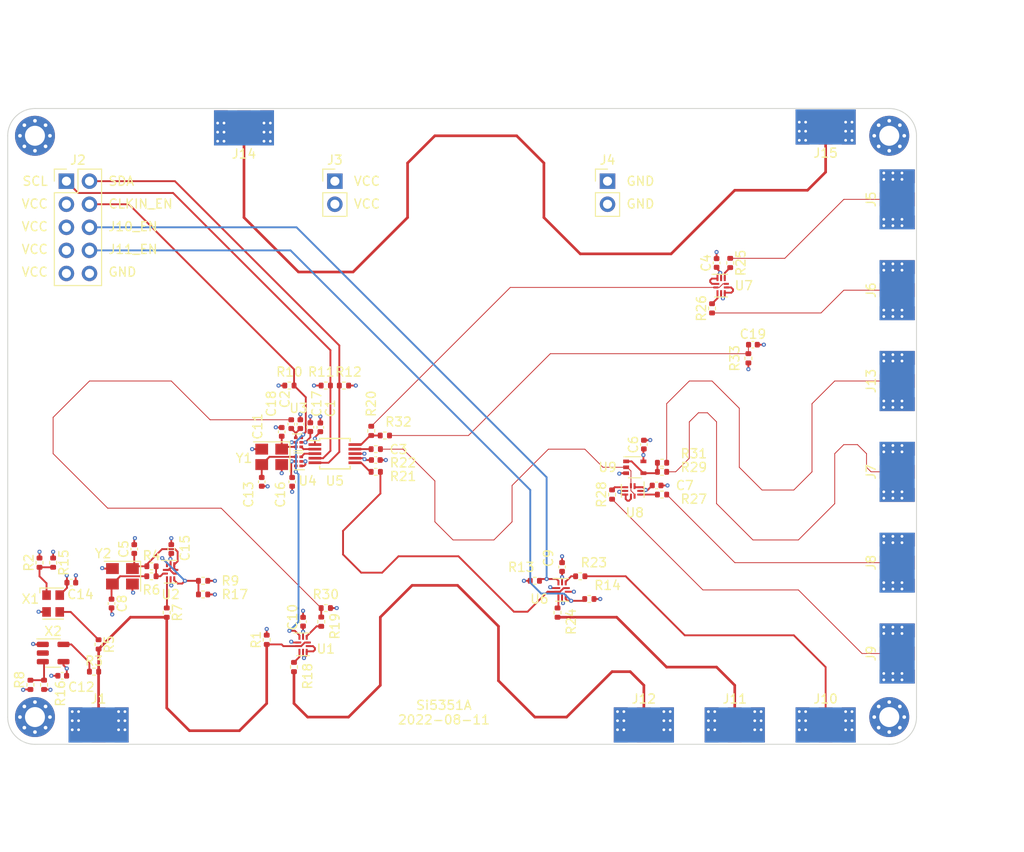
<source format=kicad_pcb>
(kicad_pcb (version 20221018) (generator pcbnew)
  (layers (0 "F.Cu" signal) (1 "In1.Cu" signal) (2 "In2.Cu" signal) (31 "B.Cu" signal) (34 "B.Paste" user) (35 "F.Paste" user) (36 "B.SilkS" user "B.Silkscreen") (37 "F.SilkS" user "F.Silkscreen") (38 "B.Mask" user) (39 "F.Mask" user) (44 "Edge.Cuts" user))
  (net 0 "")
  (net 1 "VCC")
  (net 2 "GND")
  (net 3 "Net-(C5-Pad1)")
  (net 4 "Net-(C8-Pad1)")
  (net 5 "Net-(C11-Pad1)")
  (net 6 "Net-(C13-Pad1)")
  (net 7 "Net-(C17-Pad1)")
  (net 8 "Net-(C17-Pad2)")
  (net 9 "Net-(J1-Pad1)")
  (net 10 "Net-(J5-Pad1)")
  (net 11 "Net-(J6-Pad1)")
  (net 12 "Net-(J7-Pad1)")
  (net 13 "Net-(J8-Pad1)")
  (net 14 "Net-(J9-Pad1)")
  (net 15 "Net-(J10-Pad1)")
  (net 16 "Net-(J11-Pad1)")
  (net 17 "Net-(J12-Pad1)")
  (net 18 "Net-(J13-Pad1)")
  (net 19 "Net-(R15-Pad2)")
  (net 20 "Net-(R3-Pad1)")
  (net 21 "Net-(R4-Pad2)")
  (net 22 "Net-(R5-Pad1)")
  (net 23 "Net-(R7-Pad1)")
  (net 24 "Net-(R16-Pad2)")
  (net 25 "Net-(R17-Pad2)")
  (net 26 "Net-(J2-Pad6)")
  (net 27 "Net-(J2-Pad8)")
  (net 28 "Net-(R18-Pad1)")
  (net 29 "Net-(R19-Pad2)")
  (net 30 "Net-(R23-Pad2)")
  (net 31 "Net-(R24-Pad2)")
  (net 32 "Net-(R25-Pad2)")
  (net 33 "Net-(R26-Pad2)")
  (net 34 "Net-(R27-Pad2)")
  (net 35 "Net-(R28-Pad2)")
  (net 36 "Net-(R29-Pad2)")
  (net 38 "/SCL")
  (net 39 "/SDA")
  (net 40 "/CLK0")
  (net 41 "/CLK2")
  (net 42 "/CLK1")
  (net 43 "/XA")
  (net 44 "/XB")
  (net 45 "Net-(C19-Pad1)")
  (net 46 "Net-(R20-Pad1)")
  (net 47 "Net-(R21-Pad2)")
  (net 48 "Net-(R22-Pad1)")
  (net 49 "/CLKIN_EN")
  (net 50 "Net-(J14-Pad1)")
  (footprint "Resistor_SMD:R_0402_1005Metric" (layer "F.Cu") (at 116.5 125.45 90)
    (fp_text reference "R8")
    (fp_text value "10k")
  )
  (footprint "Capacitor_SMD:C_0402_1005Metric" (layer "F.Cu") (at 154.5 100.7)
    (fp_text reference "C3")
    (fp_text value "100nF")
  )
  (footprint "Resistor_SMD:R_0402_1005Metric" (layer "F.Cu") (at 174.5 117.5 90)
    (fp_text reference "R24")
    (fp_text value "0")
  )
  (footprint "Resistor_SMD:R_0402_1005Metric" (layer "F.Cu") (at 186 101 180)
    (fp_text reference "R31")
    (fp_text value "0")
  )
  (footprint "MountingHole:MountingHole_2.2mm_M2_Pad_Via" (layer "F.Cu") (at 211 65)
    (fp_text reference "H2" hide)
    (fp_text value "hole")
  )
  (footprint "Si5351A:SMA-EDGE" (layer "F.Cu") (at 214 72 180)
    (fp_text reference "J5")
    (fp_text value "Conn_Coaxial")
  )
  (footprint "Resistor_SMD:R_0402_1005Metric" (layer "F.Cu") (at 123.5 124)
    (fp_text reference "R3")
    (fp_text value "0")
  )
  (footprint "Resistor_SMD:R_0402_1005Metric" (layer "F.Cu") (at 151 92.5 180)
    (fp_text reference "R12")
    (fp_text value "2k")
  )
  (footprint "Capacitor_SMD:C_0402_1005Metric" (layer "F.Cu") (at 127.925 110.5 90)
    (fp_text reference "C5")
    (fp_text value "C")
  )
  (footprint "Connector_PinHeader_2.54mm:PinHeader_1x02_P2.54mm_Vertical" (layer "F.Cu") (at 150 70)
    (fp_text reference "J3")
    (fp_text value "Conn_01x02_Male")
  )
  (footprint "Si5351A:SMA-EDGE" (layer "F.Cu") (at 184 132 90)
    (fp_text reference "J12")
    (fp_text value "Conn_Coaxial")
  )
  (footprint "Si5351A:XQFN10" (layer "F.Cu") (at 146.5 120.99)
    (fp_text reference "U1")
    (fp_text value "74AUP2G58GU")
  )
  (footprint "Resistor_SMD:R_0402_1005Metric" (layer "F.Cu") (at 124 121 -90)
    (fp_text reference "R5")
    (fp_text value "0")
  )
  (footprint "Resistor_SMD:R_0402_1005Metric" (layer "F.Cu") (at 178 116 180)
    (fp_text reference "R14")
    (fp_text value "10k")
  )
  (footprint "Capacitor_SMD:C_0402_1005Metric" (layer "F.Cu") (at 120 124.45 180)
    (fp_text reference "C12")
    (fp_text value "100nF")
  )
  (footprint "Resistor_SMD:R_0402_1005Metric" (layer "F.Cu") (at 135.5 114 180)
    (fp_text reference "R9")
    (fp_text value "10k")
  )
  (footprint "Resistor_SMD:R_0402_1005Metric" (layer "F.Cu") (at 135.5 115.5 180)
    (fp_text reference "R17")
    (fp_text value "10k")
  )
  (footprint "Resistor_SMD:R_0402_1005Metric" (layer "F.Cu") (at 117.5 112 90)
    (fp_text reference "R2")
    (fp_text value "10k")
  )
  (footprint "Si5351A:XSON6" (layer "F.Cu") (at 146 100.85 180)
    (fp_text reference "U4")
    (fp_text value "74LVC1G3157")
  )
  (footprint "Resistor_SMD:R_0402_1005Metric" (layer "F.Cu") (at 195.5 89.5 -90)
    (fp_text reference "R33")
    (fp_text value "R")
  )
  (footprint "Resistor_SMD:R_0402_1005Metric" (layer "F.Cu") (at 149 117 180)
    (fp_text reference "R30")
    (fp_text value "R")
  )
  (footprint "Connector_PinHeader_2.54mm:PinHeader_1x02_P2.54mm_Vertical" (layer "F.Cu") (at 180 70)
    (fp_text reference "J4")
    (fp_text value "Conn_01x02_Male")
  )
  (footprint "Resistor_SMD:R_0402_1005Metric" (layer "F.Cu") (at 148.5 118.5 -90)
    (fp_text reference "R19")
    (fp_text value "0")
  )
  (footprint "Si5351A:XQFN10" (layer "F.Cu") (at 131.925 113)
    (fp_text reference "U2")
    (fp_text value "74AUP2G58GU")
  )
  (footprint "MountingHole:MountingHole_2.2mm_M2_Pad_Via" (layer "F.Cu") (at 117 129)
    (fp_text reference "H4" hide)
    (fp_text value "hole")
  )
  (footprint "Resistor_SMD:R_0402_1005Metric" (layer "F.Cu") (at 129.825 112.4)
    (fp_text reference "R4")
    (fp_text value "R")
  )
  (footprint "Resistor_SMD:R_0402_1005Metric" (layer "F.Cu") (at 149 92.5)
    (fp_text reference "R11")
    (fp_text value "2k")
  )
  (footprint "Package_TO_SOT_SMD:SOT-23-5" (layer "F.Cu") (at 119 121.95)
    (fp_text reference "X2")
    (fp_text value "SiT2018B")
  )
  (footprint "Si5351A:XQFN10" (layer "F.Cu") (at 192.5 81.5)
    (fp_text reference "U7")
    (fp_text value "74AUP2G58GU")
  )
  (footprint "MountingHole:MountingHole_2.2mm_M2_Pad_Via" (layer "F.Cu") (at 117 65)
    (fp_text reference "H1" hide)
    (fp_text value "hole")
  )
  (footprint "Resistor_SMD:R_0402_1005Metric" (layer "F.Cu") (at 142.5 120.49 90)
    (fp_text reference "R1")
    (fp_text value "10k")
  )
  (footprint "Capacitor_SMD:C_0402_1005Metric" (layer "F.Cu") (at 185.4 103.5)
    (fp_text reference "C7")
    (fp_text value "100nF")
  )
  (footprint "Resistor_SMD:R_0402_1005Metric" (layer "F.Cu") (at 180.5 104.5 90)
    (fp_text reference "R28")
    (fp_text value "0")
  )
  (footprint "Resistor_SMD:R_0402_1005Metric" (layer "F.Cu") (at 131.5 117.5 -90)
    (fp_text reference "R7")
    (fp_text value "0")
  )
  (footprint "Capacitor_SMD:C_0402_1005Metric" (layer "F.Cu") (at 192 79 90)
    (fp_text reference "C4")
    (fp_text value "100nF")
  )
  (footprint "Si5351A:SMA-EDGE" (layer "F.Cu") (at 194 132 90)
    (fp_text reference "J11")
    (fp_text value "Conn_Coaxial")
  )
  (footprint "Resistor_SMD:R_0402_1005Metric" (layer "F.Cu") (at 118 125.45 90)
    (fp_text reference "R16")
    (fp_text value "10k")
  )
  (footprint "Resistor_SMD:R_0402_1005Metric" (layer "F.Cu") (at 177 113.5 180)
    (fp_text reference "R23")
    (fp_text value "0")
  )
  (footprint "Capacitor_SMD:C_0402_1005Metric" (layer "F.Cu") (at 147.3 97.08 90)
    (fp_text reference "C2")
    (fp_text value "100nF")
  )
  (footprint "Oscillator:Oscillator_SMD_Kyocera_KC2520Z-4Pin_2.5x2.0mm" (layer "F.Cu") (at 119 116.5)
    (fp_text reference "X1")
    (fp_text value "KC2520Z")
  )
  (footprint "Capacitor_SMD:C_0402_1005Metric" (layer "F.Cu") (at 175 112.48 90)
    (fp_text reference "C9")
    (fp_text value "100nF")
  )
  (footprint "Resistor_SMD:R_0402_1005Metric" (layer "F.Cu") (at 154.5 99.5 180)
    (fp_text reference "R22")
    (fp_text value "0")
  )
  (footprint "Si5351A:SMA-EDGE" (layer "F.Cu") (at 214 112 180)
    (fp_text reference "J8")
    (fp_text value "Conn_Coaxial")
  )
  (footprint "Crystal:Crystal_SMD_3225-4Pin_3.2x2.5mm" (layer "F.Cu") (at 126.625 113.5 180)
    (fp_text reference "Y2")
    (fp_text value "Crystal_GND24_Small")
  )
  (footprint "Capacitor_SMD:C_0402_1005Metric" (layer "F.Cu") (at 144.15 97.6 90)
    (fp_text reference "C11")
    (fp_text value "C")
  )
  (footprint "Package_TO_SOT_SMD:SOT-353_SC-70-5" (layer "F.Cu") (at 183 101.5)
    (fp_text reference "U9")
    (fp_text value "74LVC1G80")
  )
  (footprint "Resistor_SMD:R_0402_1005Metric" (layer "F.Cu") (at 193.5 79 -90)
    (fp_text reference "R25")
    (fp_text value "0")
  )
  (footprint "Capacitor_SMD:C_0402_1005Metric" (layer "F.Cu") (at 145.2 96.75 -90)
    (fp_text reference "C17")
    (fp_text value "33pF")
  )
  (footprint "Resistor_SMD:R_0402_1005Metric" (layer "F.Cu") (at 129.815 113.5)
    (fp_text reference "R6")
    (fp_text value "R")
  )
  (footprint "Resistor_SMD:R_0402_1005Metric" (layer "F.Cu") (at 154 97.49 -90)
    (fp_text reference "R20")
    (fp_text value "0")
  )
  (footprint "Resistor_SMD:R_0402_1005Metric" (layer "F.Cu") (at 119 112 -90)
    (fp_text reference "R15")
    (fp_text value "10k")
  )
  (footprint "Si5351A:XSON6" (layer "F.Cu") (at 146 98.75)
    (fp_text reference "U3")
    (fp_text value "74LVC1G3157")
  )
  (footprint "Capacitor_SMD:C_0402_1005Metric" (layer "F.Cu") (at 141.95 103.1 -90)
    (fp_text reference "C13")
    (fp_text value "C")
  )
  (footprint "Resistor_SMD:R_0402_1005Metric" (layer "F.Cu") (at 172 114)
    (fp_text reference "R13")
    (fp_text value "10k")
  )
  (footprint "MountingHole:MountingHole_2.2mm_M2_Pad_Via" (layer "F.Cu") (at 211 129)
    (fp_text reference "H3" hide)
    (fp_text value "hole")
  )
  (footprint "Capacitor_SMD:C_0402_1005Metric" (layer "F.Cu") (at 184 99 90)
    (fp_text reference "C6")
    (fp_text value "100nF")
  )
  (footprint "Capacitor_SMD:C_0402_1005Metric" (layer "F.Cu") (at 146.5 118.5 90)
    (fp_text reference "C10")
    (fp_text value "100nF")
  )
  (footprint "Capacitor_SMD:C_0402_1005Metric" (layer "F.Cu") (at 196 88)
    (fp_text reference "C19")
    (fp_text value "C")
  )
  (footprint "Si5351A:SMA-EDGE" (layer "F.Cu") (at 204 61.9 -90)
    (fp_text reference "J15")
    (fp_text value "Conn_Coaxial")
  )
  (footprint "Si5351A:SMA-EDGE" (layer "F.Cu") (at 214 92 180)
    (fp_text reference "J13")
    (fp_text value "Conn_Coaxial")
  )
  (footprint "Resistor_SMD:R_0402_1005Metric" (layer "F.Cu") (at 154.5 102)
    (fp_text reference "R21")
    (fp_text value "0")
  )
  (footprint "Capacitor_SMD:C_0402_1005Metric" (layer "F.Cu") (at 146.2 96.75 90)
    (fp_text reference "C18")
    (fp_text value "100pF")
  )
  (footprint "Connector_PinHeader_2.54mm:PinHeader_2x05_P2.54mm_Vertical" (layer "F.Cu") (at 120.46 70)
    (fp_text reference "J2")
    (fp_text value "Conn_02x05_Odd_Even")
  )
  (footprint "Package_SO:MSOP-10_3x3mm_P0.5mm" (layer "F.Cu") (at 150 100)
    (fp_text reference "U5")
    (fp_text value "Si5351A-B-GT")
  )
  (footprint "Resistor_SMD:R_0402_1005Metric" (layer "F.Cu") (at 191.5 84 90)
    (fp_text reference "R26")
    (fp_text value "0")
  )
  (footprint "Capacitor_SMD:C_0402_1005Metric" (layer "F.Cu") (at 148.4 97.1 90)
    (fp_text reference "C1")
    (fp_text value "100nF")
  )
  (footprint "Si5351A:SMA-EDGE" (layer "F.Cu") (at 140 62 -90)
    (fp_text reference "J14")
    (fp_text value "Conn_Coaxial")
  )
  (footprint "Resistor_SMD:R_0402_1005Metric" (layer "F.Cu") (at 145 92.5 180)
    (fp_text reference "R10")
    (fp_text value "10k")
  )
  (footprint "Resistor_SMD:R_0402_1005Metric" (layer "F.Cu") (at 145.5 123.49 -90)
    (fp_text reference "R18")
    (fp_text value "0")
  )
  (footprint "Crystal:Crystal_SMD_3225-4Pin_3.2x2.5mm" (layer "F.Cu") (at 143.05 100.35 180)
    (fp_text reference "Y1")
    (fp_text value "Crystal_GND24_Small")
  )
  (footprint "Resistor_SMD:R_0402_1005Metric" (layer "F.Cu") (at 186 104.5 180)
    (fp_text reference "R27")
    (fp_text value "0")
  )
  (footprint "Capacitor_SMD:C_0402_1005Metric" (layer "F.Cu") (at 121 114.2)
    (fp_text reference "C14")
    (fp_text value "100nF")
  )
  (footprint "Si5351A:SMA-EDGE" (layer "F.Cu") (at 204 132 90)
    (fp_text reference "J10")
    (fp_text value "Conn_Coaxial")
  )
  (footprint "Si5351A:XQFN10" (layer "F.Cu") (at 182.775 104.1 -90)
    (fp_text reference "U8")
    (fp_text value "74AUP2G58GU")
  )
  (footprint "Capacitor_SMD:C_0402_1005Metric" (layer "F.Cu") (at 145.3 103.1 -90)
    (fp_text reference "C16")
    (fp_text value "100nF")
  )
  (footprint "Resistor_SMD:R_0402_1005Metric" (layer "F.Cu") (at 186 102 180)
    (fp_text reference "R29")
    (fp_text value "0")
  )
  (footprint "Resistor_SMD:R_0402_1005Metric" (layer "F.Cu") (at 155.5 98)
    (fp_text reference "R32")
    (fp_text value "0")
  )
  (footprint "Si5351A:SMA-EDGE" (layer "F.Cu") (at 214 102 180)
    (fp_text reference "J7")
    (fp_text value "Conn_Coaxial")
  )
  (footprint "Si5351A:XQFN10" (layer "F.Cu") (at 175 115)
    (fp_text reference "U6")
    (fp_text value "74AUP2G58GU")
  )
  (footprint "Capacitor_SMD:C_0402_1005Metric" (layer "F.Cu") (at 125.425 116.5 -90)
    (fp_text reference "C8")
    (fp_text value "C")
  )
  (footprint "Capacitor_SMD:C_0402_1005Metric" (layer "F.Cu") (at 132 110.5 90)
    (fp_text reference "C15")
    (fp_text value "100nF")
  )
  (footprint "Si5351A:SMA-EDGE" (layer "F.Cu") (at 214 82 180)
    (fp_text reference "J6")
    (fp_text value "Conn_Coaxial")
  )
  (footprint "Si5351A:SMA-EDGE" (layer "F.Cu") (at 214 122 180)
    (fp_text reference "J9")
    (fp_text value "Conn_Coaxial")
  )
  (footprint "Si5351A:SMA-EDGE" (layer "F.Cu") (at 124 132 90)
    (fp_text reference "J1")
    (fp_text value "Conn_Coaxial")
  )
  (gr_line (start 117 62) (end 211 62) (stroke (width 0.1)) (layer "Edge.Cuts"))
  (gr_arc (start 211 62) (mid 213.12132 62.87868) (end 214 65) (stroke (width 0.1)) (layer "Edge.Cuts"))
  (gr_arc (start 117 132) (mid 114.87868 131.12132) (end 114 129) (stroke (width 0.1)) (layer "Edge.Cuts"))
  (gr_line (start 214 129) (end 214 65) (stroke (width 0.1)) (layer "Edge.Cuts"))
  (gr_arc (start 214 129) (mid 213.12132 131.12132) (end 211 132) (stroke (width 0.1)) (layer "Edge.Cuts"))
  (gr_line (start 211 132) (end 117 132) (stroke (width 0.1)) (layer "Edge.Cuts"))
  (gr_line (start 114 65) (end 114 129) (stroke (width 0.1)) (layer "Edge.Cuts"))
  (gr_arc (start 114 65) (mid 114.87868 62.87868) (end 117 62) (stroke (width 0.1)) (layer "Edge.Cuts"))
  (gr_text "J10_EN" (at 125 75) (layer "F.SilkS") (effects (font (size 1 1)) (justify left)))
  (gr_text "GND" (at 182 72.5) (layer "F.SilkS") (effects (font (size 1 1)) (justify left)))
  (gr_text "GND" (at 125 80) (layer "F.SilkS") (effects (font (size 1 1)) (justify left)))
  (gr_text "VCC" (at 118.5 72.5) (layer "F.SilkS") (effects (font (size 1 1)) (justify right)))
  (gr_text "VCC" (at 118.5 80) (layer "F.SilkS") (effects (font (size 1 1)) (justify right)))
  (gr_text "J11_EN" (at 125 77.5) (layer "F.SilkS") (effects (font (size 1 1)) (justify left)))
  (gr_text "VCC" (at 152 70) (layer "F.SilkS") (effects (font (size 1 1)) (justify left)))
  (gr_text "SDA" (at 125 70) (layer "F.SilkS") (effects (font (size 1 1)) (justify left)))
  (gr_text "CLKIN_EN" (at 125 72.5) (layer "F.SilkS") (effects (font (size 1 1)) (justify left)))
  (gr_text "VCC" (at 118.5 75) (layer "F.SilkS") (effects (font (size 1 1)) (justify right)))
  (gr_text "Si5351A\n2022-08-11" (at 162 128.5) (layer "F.SilkS") (effects (font (size 1 1))))
  (gr_text "VCC" (at 118.5 77.5) (layer "F.SilkS") (effects (font (size 1 1)) (justify right)))
  (gr_text "SCL" (at 118.5 70) (layer "F.SilkS") (effects (font (size 1 1)) (justify right)))
  (gr_text "VCC" (at 152 72.5) (layer "F.SilkS") (effects (font (size 1 1)) (justify left)))
  (gr_text "GND" (at 182 70) (layer "F.SilkS") (effects (font (size 1 1)) (justify left)))
  (segment (start 192.4 80) (end 192 79.6) (width 0.2032) (layer "F.Cu") (net 1))
  (segment (start 183.55 103.7) (end 183.9 103.7) (width 0.2032) (layer "F.Cu") (net 1))
  (segment (start 120.1375 123.2875) (end 120.5 123.65) (width 0.2032) (layer "F.Cu") (net 1))
  (segment (start 184.1 104.1) (end 184.2 104) (width 0.2032) (layer "F.Cu") (net 1))
  (segment (start 151.51 92.5) (end 152.3 92.5) (width 0.2032) (layer "F.Cu") (net 1))
  (segment (start 184.2 104) (end 184.42 104) (width 0.2032) (layer "F.Cu") (net 1))
  (segment (start 192.1 80.3) (end 192.3 80.1) (width 0.2032) (layer "F.Cu") (net 1))
  (segment (start 146.3 98.75) (end 146.75 98.75) (width 0.2032) (layer "F.Cu") (net 1))
  (segment (start 117.5 111.49) (end 117.5 110.8) (width 0.2032) (layer "F.Cu") (net 1))
  (segment (start 145.29 120.79) (end 145.2 120.7) (width 0.2032) (layer "F.Cu") (net 1))
  (segment (start 147.8 99) (end 147.8 98.35) (width 0.2032) (layer "F.Cu") (net 1))
  (segment (start 132.252036 113.2) (end 131.8 112.747964) (width 0.2032) (layer "F.Cu") (net 1))
  (segment (start 120.52 113.42) (end 120.5 113.4) (width 0.2032) (layer "F.Cu") (net 1))
  (segment (start 131.7 112.8) (end 131.8 112.7) (width 0.2032) (layer "F.Cu") (net 1))
  (segment (start 174.475 114.8) (end 173.8 114.8) (width 0.2032) (layer "F.Cu") (net 1))
  (segment (start 192.1 80.725) (end 192.1 80.3) (width 0.2032) (layer "F.Cu") (net 1))
  (segment (start 136.01 114) (end 136.8 114) (width 0.2032) (layer "F.Cu") (net 1))
  (segment (start 120.52 114.78) (end 120.52 114.2) (width 0.2032) (layer "F.Cu") (net 1))
  (segment (start 147.8 98.35) (end 147.8 98.2) (width 0.2032) (layer "F.Cu") (net 1))
  (segment (start 183.95 99.53) (end 184 99.48) (width 0.2032) (layer "F.Cu") (net 1))
  (segment (start 147.8 98.2) (end 148.4 97.6) (width 0.2032) (layer "F.Cu") (net 1))
  (segment (start 183.55 103.7) (end 183.1 103.7) (width 0.2032) (layer "F.Cu") (net 1))
  (segment (start 131.925 112.225) (end 131.925 111.625) (width 0.2032) (layer "F.Cu") (net 1))
  (segment (start 132.5 113.2) (end 132.252036 113.2) (width 0.2032) (layer "F.Cu") (net 1))
  (segment (start 131.8 112.7) (end 131.925 112.575) (width 0.2032) (layer "F.Cu") (net 1))
  (segment (start 146.5 119.6) (end 146.5 118.98) (width 0.2032) (layer "F.Cu") (net 1))
  (segment (start 148.49 92.5) (end 147.7 92.5) (width 0.2032) (layer "F.Cu") (net 1))
  (segment (start 131.9 111.08) (end 132 110.98) (width 0.2032) (layer "F.Cu") (net 1))
  (segment (start 119.725 115.575) (end 120.52 114.78) (width 0.2032) (layer "F.Cu") (net 1))
  (segment (start 192.4 80.1) (end 192.4 80) (width 0.2032) (layer "F.Cu") (net 1))
  (segment (start 175.575 115.2) (end 176.3 115.2) (width 0.2032) (layer "F.Cu") (net 1))
  (segment (start 145.2 100.9) (end 145.2 102.52) (width 0.2032) (layer "F.Cu") (net 1))
  (segment (start 175 113.6) (end 175 112.96) (width 0.2032) (layer "F.Cu") (net 1))
  (segment (start 184.42 104) (end 184.92 103.5) (width 0.2032) (layer "F.Cu") (net 1))
  (segment (start 183.95 100.85) (end 183.95 99.53) (width 0.2032) (layer "F.Cu") (net 1))
  (segment (start 120.52 114.2) (end 120.52 113.42) (width 0.2032) (layer "F.Cu") (net 1))
  (segment (start 148.4 97.6) (end 148.4 97.58) (width 0.2032) (layer "F.Cu") (net 1))
  (segment (start 116.5 125.96) (end 115.74 125.96) (width 0.2032) (layer "F.Cu") (net 1))
  (segment (start 147.3 98.2) (end 147.3 97.56) (width 0.2032) (layer "F.Cu") (net 1))
  (segment (start 146.75 98.75) (end 147.3 98.2) (width 0.2032) (layer "F.Cu") (net 1))
  (segment (start 192.5 80.2) (end 192.4 80.1) (width 0.2032) (layer "F.Cu") (net 1))
  (segment (start 120.5 124.43) (end 120.48 124.45) (width 0.2032) (layer "F.Cu") (net 1))
  (segment (start 120.1375 122.9) (end 120.1375 123.2875) (width 0.2032) (layer "F.Cu") (net 1))
  (segment (start 145.2 102.52) (end 145.3 102.62) (width 0.2032) (layer "F.Cu") (net 1))
  (segment (start 191.5 81.3) (end 191.3 81.1) (width 0.2032) (layer "F.Cu") (net 1))
  (segment (start 173.8 114.8) (end 173.7 114.7) (width 0.2032) (layer "F.Cu") (net 1))
  (segment (start 131.925 112.575) (end 131.925 112.225) (width 0.2032) (layer "F.Cu") (net 1))
  (segment (start 120.5 123.65) (end 120.5 124.43) (width 0.2032) (layer "F.Cu") (net 1))
  (segment (start 192.3 80.1) (end 192.4 80.1) (width 0.2032) (layer "F.Cu") (net 1))
  (segment (start 192.5 80.725) (end 192.5 80.2) (width 0.2032) (layer "F.Cu") (net 1))
  (segment (start 145.25 100.85) (end 145.2 100.9) (width 0.2032) (layer "F.Cu") (net 1))
  (segment (start 115.74 125.96) (end 115.7 126) (width 0.2032) (layer "F.Cu") (net 1))
  (segment (start 183.1 103.7) (end 182.975 103.575) (width 0.2032) (layer "F.Cu") (net 1))
  (segment (start 153.350154 100.7) (end 153.261304 100.61115) (width 0.2032) (layer "F.Cu") (net 1))
  (segment (start 183.55 104.1) (end 184.1 104.1) (width 0.2032) (layer "F.Cu") (net 1))
  (segment (start 152.2 100.5) (end 153.150154 100.5) (width 0.2032) (layer "F.Cu") (net 1))
  (segment (start 131.8 112.747964) (end 131.8 112.7) (width 0.2032) (layer "F.Cu") (net 1))
  (segment (start 131.925 111.625) (end 131.9 111.6) (width 0.2032) (layer "F.Cu") (net 1))
  (segment (start 145.7 100.85) (end 145.25 100.85) (width 0.2032) (layer "F.Cu") (net 1))
  (segment (start 145.975 120.79) (end 145.29 120.79) (width 0.2032) (layer "F.Cu") (net 1))
  (segment (start 153.150154 100.5) (end 153.261304 100.61115) (width 0.2032) (layer "F.Cu") (net 1))
  (segment (start 175 114.225) (end 175 113.6) (width 0.2032) (layer "F.Cu") (net 1))
  (segment (start 192 79.6) (end 192 79.48) (width 0.2032) (layer "F.Cu") (net 1))
  (segment (start 146.5 120.215) (end 146.5 119.6) (width 0.2032) (layer "F.Cu") (net 1))
  (segment (start 131.4 112.8) (end 131.7 112.8) (width 0.2032) (layer "F.Cu") (net 1))
  (segment (start 192.1 80.725) (end 191.475 80.725) (width 0.2032) (layer "F.Cu") (net 1))
  (segment (start 191.3 81.1) (end 191.3 80.9) (width 0.2032) (layer "F.Cu") (net 1))
  (segment (start 191.475 80.725) (end 191.3 80.9) (width 0.2032) (layer "F.Cu") (net 1))
  (segment (start 183.9 103.7) (end 184.2 104) (width 0.2032) (layer "F.Cu") (net 1))
  (segment (start 131.9 111.6) (end 131.9 111.08) (width 0.2032) (layer "F.Cu") (net 1))
  (segment (start 191.975 81.3) (end 191.5 81.3) (width 0.2032) (layer "F.Cu") (net 1))
  (segment (start 154.02 100.7) (end 153.350154 100.7) (width 0.2032) (layer "F.Cu") (net 1))
  (via (at 192.4 80.1) (size 0.45) (drill 0.2) (layers "F.Cu" "B.Cu") (net 1))
  (via (at 145.25 100.85) (size 0.45) (drill 0.2) (layers "F.Cu" "B.Cu") (net 1))
  (via (at 147.7 92.5) (size 0.45) (drill 0.2) (layers "F.Cu" "B.Cu") (net 1))
  (via (at 117.5 110.8) (size 0.45) (drill 0.2) (layers "F.Cu" "B.Cu") (net 1))
  (via (at 175 113.6) (size 0.45) (drill 0.2) (layers "F.Cu" "B.Cu") (net 1))
  (via (at 146.5 119.6) (size 0.45) (drill 0.2) (layers "F.Cu" "B.Cu") (net 1))
  (via (at 152.3 92.5) (size 0.45) (drill 0.2) (layers "F.Cu" "B.Cu") (net 1))
  (via (at 131.9 111.6) (size 0.45) (drill 0.2) (layers "F.Cu" "B.Cu") (net 1))
  (via (at 115.7 126) (size 0.45) (drill 0.2) (layers "F.Cu" "B.Cu") (net 1))
  (via (at 146.75 98.75) (size 0.45) (drill 0.2) (layers "F.Cu" "B.Cu") (net 1))
  (via (at 145.2 120.7) (size 0.45) (drill 0.2) (layers "F.Cu" "B.Cu") (net 1))
  (via (at 136.8 114) (size 0.45) (drill 0.2) (layers "F.Cu" "B.Cu") (net 1))
  (via (at 120.5 123.65) (size 0.45) (drill 0.2) (layers "F.Cu" "B.Cu") (net 1))
  (via (at 183.95 100.15) (size 0.45) (drill 0.2) (layers "F.Cu" "B.Cu") (net 1))
  (via (at 153.261304 100.61115) (size 0.45) (drill 0.2) (layers "F.Cu" "B.Cu") (net 1))
  (via (at 147.8 98.35) (size 0.45) (drill 0.2) (layers "F.Cu" "B.Cu") (net 1))
  (via (at 184.2 104) (size 0.45) (drill 0.2) (layers "F.Cu" "B.Cu") (net 1))
  (via (at 120.5 113.4) (size 0.45) (drill 0.2) (layers "F.Cu" "B.Cu") (net 1))
  (via (at 173.7 114.7) (size 0.45) (drill 0.2) (layers "F.Cu" "B.Cu") (net 1))
  (via (at 176.3 115.2) (size 0.45) (drill 0.2) (layers "F.Cu" "B.Cu") (net 1))
  (segment (start 146.9 121.765) (end 146.9 122.2) (width 0.2032) (layer "F.Cu") (net 2))
  (segment (start 182.575 104.975) (end 182.37 105.18) (width 0.2032) (layer "F.Cu") (net 2))
  (segment (start 144.49 92.5) (end 143.8 92.5) (width 0.2032) (layer "F.Cu") (net 2))
  (segment (start 192.9 82.275) (end 192.9 82.7) (width 0.2032) (layer "F.Cu") (net 2))
  (segment (start 195.5 90.01) (end 195.5 90.7) (width 0.2032) (layer "F.Cu") (net 2))
  (segment (start 131.925 113.775) (end 131.925 114.425) (width 0.2032) (layer "F.Cu") (net 2))
  (segment (start 192.5 82.275) (end 192.5 82.7) (width 0.2032) (layer "F.Cu") (net 2))
  (segment (start 145.3 103.58) (end 145.3 104.2) (width 0.2032) (layer "F.Cu") (net 2))
  (segment (start 125.525 112.65) (end 124.45 112.65) (width 0.2032) (layer "F.Cu") (net 2))
  (segment (start 118.275 117.425) (end 117.425 117.425) (width 0.2032) (layer "F.Cu") (net 2))
  (segment (start 182 104.99) (end 182 104.5) (width 0.2032) (layer "F.Cu") (net 2))
  (segment (start 147.075 121.19) (end 147.59 121.19) (width 0.2032) (layer "F.Cu") (net 2))
  (segment (start 193.6 81.7) (end 193.8 81.9) (width 0.2032) (layer "F.Cu") (net 2))
  (segment (start 125.425 116.98) (end 125.425 117.625) (width 0.2032) (layer "F.Cu") (net 2))
  (segment (start 143.52 97.12) (end 143.5 97.1) (width 0.2032) (layer "F.Cu") (net 2))
  (segment (start 146.5 122.4) (end 146.6 122.5) (width 0.2032) (layer "F.Cu") (net 2))
  (segment (start 181.35 102.15) (end 181.3 102.2) (width 0.2032) (layer "F.Cu") (net 2))
  (segment (start 152.2 100) (end 153.25 100) (width 0.2032) (layer "F.Cu") (net 2))
  (segment (start 127.925 109.375) (end 128 109.3) (width 0.2032) (layer "F.Cu") (net 2))
  (segment (start 184.68 98.52) (end 184.7 98.5) (width 0.2032) (layer "F.Cu") (net 2))
  (segment (start 142.5 119.98) (end 142.5 119.3) (width 0.2032) (layer "F.Cu") (net 2))
  (segment (start 193.625 82.275) (end 192.9 82.275) (width 0.2032) (layer "F.Cu") (net 2))
  (segment (start 116.85 121) (end 116.8 120.95) (width 0.2032) (layer "F.Cu") (net 2))
  (segment (start 175 112) (end 175 111.3) (width 0.2032) (layer "F.Cu") (net 2))
  (segment (start 175 115.775) (end 175 116.342987) (width 0.2032) (layer "F.Cu") (net 2))
  (segment (start 146.61 101.35) (end 146.75 101.21) (width 0.2032) (layer "F.Cu") (net 2))
  (segment (start 124.45 112.65) (end 124.4 112.6) (width 0.2032) (layer "F.Cu") (net 2))
  (segment (start 117.8625 121) (end 116.85 121) (width 0.2032) (layer "F.Cu") (net 2))
  (segment (start 178.51 116) (end 179.2 116) (width 0.2032) (layer "F.Cu") (net 2))
  (segment (start 192.9 82.7) (end 192.7 82.9) (width 0.2032) (layer "F.Cu") (net 2))
  (segment (start 196.48 88) (end 197.2 88) (width 0.2032) (layer "F.Cu") (net 2))
  (segment (start 182.37 105.18) (end 182.19 105.18) (width 0.2032) (layer "F.Cu") (net 2))
  (segment (start 142.58 103.58) (end 142.6 103.6) (width 0.2032) (layer "F.Cu") (net 2))
  (segment (start 154.98 100.7) (end 155.6 100.7) (width 0.2032) (layer "F.Cu") (net 2))
  (segment (start 185.88 103.5) (end 186.6 103.5) (width 0.2032) (layer "F.Cu") (net 2))
  (segment (start 182.19 105.18) (end 182 104.99) (width 0.2032) (layer "F.Cu") (net 2))
  (segment (start 182 104.1) (end 181.4 104.1) (width 0.2032) (layer "F.Cu") (net 2))
  (segment (start 118.66 125.96) (end 118.7 126) (width 0.2032) (layer "F.Cu") (net 2))
  (segment (start 146.5 121.765) (end 146.5 122.4) (width 0.2032) (layer "F.Cu") (net 2))
  (segment (start 119.52 124.45) (end 118.8 124.45) (width 0.2032) (layer "F.Cu") (net 2))
  (segment (start 146.75 101.21) (end 146.75 100.85) (width 0.2032) (layer "F.Cu") (net 2))
  (segment (start 127.725 114.35) (end 127.725 115.225) (width 0.2032) (layer "F.Cu") (net 2))
  (segment (start 144.15 97.12) (end 143.52 97.12) (width 0.2032) (layer "F.Cu") (net 2))
  (segment (start 136.01 115.5) (end 136.8 115.5) (width 0.2032) (layer "F.Cu") (net 2))
  (segment (start 127.925 110.02) (end 127.925 109.375) (width 0.2032) (layer "F.Cu") (net 2))
  (segment (start 145.7 98.75) (end 145.25 98.75) (width 0.2032) (layer "F.Cu") (net 2))
  (segment (start 181.4 104.1) (end 181.3 104.2) (width 0.2032) (layer "F.Cu") (net 2))
  (segment (start 144.15 101.2) (end 144.15 102.15) (width 0.2032) (layer "F.Cu") (net 2))
  (segment (start 192.5 82.7) (end 192.7 82.9) (width 0.2032) (layer "F.Cu") (net 2))
  (segment (start 141.95 99.5) (end 140.9 99.5) (width 0.2032) (layer "F.Cu") (net 2))
  (segment (start 141.95 103.58) (end 142.58 103.58) (width 0.2032) (layer "F.Cu") (net 2))
  (segment (start 117.425 117.425) (end 117.4 117.4) (width 0.2032) (layer "F.Cu") (net 2))
  (segment (start 184 98.52) (end 184.68 98.52) (width 0.2032) (layer "F.Cu") (net 2))
  (segment (start 118 125.96) (end 118.66 125.96) (width 0.2032) (layer "F.Cu") (net 2))
  (segment (start 148.4 96.62) (end 148.4 95.9) (width 0.2032) (layer "F.Cu") (net 2))
  (segment (start 193.8 82.1) (end 193.625 82.275) (width 0.2032) (layer "F.Cu") (net 2))
  (segment (start 147.3 96.6) (end 147.3 95.9) (width 0.2032) (layer "F.Cu") (net 2))
  (segment (start 146.3 101.35) (end 146.61 101.35) (width 0.2032) (layer "F.Cu") (net 2))
  (segment (start 175 116.342987) (end 175.106233 116.44922) (width 0.2032) (layer "F.Cu") (net 2))
  (segment (start 171.49 114) (end 170.8 114) (width 0.2032) (layer "F.Cu") (net 2))
  (segment (start 146.5 118.02) (end 146.5 117.3) (width 0.2032) (layer "F.Cu") (net 2))
  (segment (start 147.59 121.19) (end 147.8 121.4) (width 0.2032) (layer "F.Cu") (net 2))
  (segment (start 182.575 104.675) (end 182.575 104.975) (width 0.2032) (layer "F.Cu") (net 2))
  (segment (start 147.635 121.765) (end 146.9 121.765) (width 0.2032) (layer "F.Cu") (net 2))
  (segment (start 146.3 100.85) (end 146.75 100.85) (width 0.2032) (layer "F.Cu") (net 2))
  (segment (start 193.8 81.9) (end 193.8 82.1) (width 0.2032) (layer "F.Cu") (net 2))
  (segment (start 181.6 104.5) (end 181.3 104.2) (width 0.2032) (layer "F.Cu") (net 2))
  (segment (start 121.48 113.42) (end 121.5 113.4) (width 0.2032) (layer "F.Cu") (net 2))
  (segment (start 119 111.49) (end 119 110.8) (width 0.2032) (layer "F.Cu") (net 2))
  (segment (start 147.8 121.4) (end 147.8 121.6) (width 0.2032) (layer "F.Cu") (net 2))
  (segment (start 146.2 96.27) (end 146.2 95.65) (width 0.2032) (layer "F.Cu") (net 2))
  (segment (start 193.075 81.7) (end 193.6 81.7) (width 0.2032) (layer "F.Cu") (net 2))
  (segment (start 121.48 114.2) (end 121.48 113.42) (width 0.2032) (layer "F.Cu") (net 2))
  (segment (start 127.725 115.225) (end 127.8 115.3) (width 0.2032) (layer "F.Cu") (net 2))
  (segment (start 125.425 117.625) (end 125.5 117.7) (width 0.2032) (layer "F.Cu") (net 2))
  (segment (start 132 110.02) (end 132 109.3) (width 0.2032) (layer "F.Cu") (net 2))
  (segment (start 131.925 114.425) (end 132 114.5) (width 0.2032) (layer "F.Cu") (net 2))
  (segment (start 182.05 102.15) (end 181.35 102.15) (width 0.2032) (layer "F.Cu") (net 2))
  (segment (start 182 104.5) (end 181.6 104.5) (width 0.2032) (layer "F.Cu") (net 2))
  (segment (start 146.9 122.2) (end 146.6 122.5) (width 0.2032) (layer "F.Cu") (net 2))
  (segment (start 147.8 121.6) (end 147.635 121.765) (width 0.2032) (layer "F.Cu") (net 2))
  (segment (start 192 78.52) (end 192 77.8) (width 0.2032) (layer "F.Cu") (net 2))
  (segment (start 149.51 117) (end 150.2 117) (width 0.2032) (layer "F.Cu") (net 2))
  (via (at 128 109.3) (size 0.45) (drill 0.2) (layers "F.Cu" "B.Cu") (net 2))
  (via (at 119 110.8) (size 0.45) (drill 0.2) (layers "F.Cu" "B.Cu") (net 2))
  (via (at 186.6 103.5) (size 0.45) (drill 0.2) (layers "F.Cu" "B.Cu") (net 2))
  (via (at 147.3 95.9) (size 0.45) (drill 0.2) (layers "F.Cu" "B.Cu") (net 2))
  (via (at 195.5 90.7) (size 0.45) (drill 0.2) (layers "F.Cu" "B.Cu") (net 2))
  (via (at 143.8 92.5) (size 0.45) (drill 0.2) (layers "F.Cu" "B.Cu") (net 2))
  (via (at 155.6 100.7) (size 0.45) (drill 0.2) (layers "F.Cu" "B.Cu") (net 2))
  (via (at 118.7 126) (size 0.45) (drill 0.2) (layers "F.Cu" "B.Cu") (net 2))
  (via (at 145.3 104.2) (size 0.45) (drill 0.2) (layers "F.Cu" "B.Cu") (net 2))
  (via (at 136.8 115.5) (size 0.45) (drill 0.2) (layers "F.Cu" "B.Cu") (net 2))
  (via (at 192 77.8) (size 0.45) (drill 0.2) (layers "F.Cu" "B.Cu") (net 2))
  (via (at 142.5 119.3) (size 0.45) (drill 0.2) (layers "F.Cu" "B.Cu") (net 2))
  (via (at 146.5 117.3) (size 0.45) (drill 0.2) (layers "F.Cu" "B.Cu") (net 2))
  (via (at 132 114.5) (size 0.45) (drill 0.2) (layers "F.Cu" "B.Cu") (net 2))
  (via (at 145.25 98.75) (size 0.45) (drill 0.2) (layers "F.Cu" "B.Cu") (net 2))
  (via (at 118.8 124.45) (size 0.45) (drill 0.2) (layers "F.Cu" "B.Cu") (net 2))
  (via (at 197.2 88) (size 0.45) (drill 0.2) (layers "F.Cu" "B.Cu") (net 2))
  (via (at 181.3 104.2) (size 0.45) (drill 0.2) (layers "F.Cu" "B.Cu") (net 2))
  (via (at 181.3 102.2) (size 0.45) (drill 0.2) (layers "F.Cu" "B.Cu") (net 2))
  (via (at 124.4 112.6) (size 0.45) (drill 0.2) (layers "F.Cu" "B.Cu") (net 2))
  (via (at 146.2 95.65) (size 0.45) (drill 0.2) (layers "F.Cu" "B.Cu") (net 2))
  (via (at 132 109.3) (size 0.45) (drill 0.2) (layers "F.Cu" "B.Cu") (net 2))
  (via (at 150.2 117) (size 0.45) (drill 0.2) (layers "F.Cu" "B.Cu") (net 2))
  (via (at 125.5 117.7) (size 0.45) (drill 0.2) (layers "F.Cu" "B.Cu") (net 2))
  (via (at 175 111.3) (size 0.45) (drill 0.2) (layers "F.Cu" "B.Cu") (net 2))
  (via (at 179.2 116) (size 0.45) (drill 0.2) (layers "F.Cu" "B.Cu") (net 2))
  (via (at 192.7 82.9) (size 0.45) (drill 0.2) (layers "F.Cu" "B.Cu") (net 2))
  (via (at 116.8 120.95) (size 0.45) (drill 0.2) (layers "F.Cu" "B.Cu") (net 2))
  (via (at 144.15 102.15) (size 0.45) (drill 0.2) (layers "F.Cu" "B.Cu") (net 2))
  (via (at 153.25 100) (size 0.45) (drill 0.2) (layers "F.Cu" "B.Cu") (net 2))
  (via (at 127.8 115.3) (size 0.45) (drill 0.2) (layers "F.Cu" "B.Cu") (net 2))
  (via (at 140.9 99.5) (size 0.45) (drill 0.2) (layers "F.Cu" "B.Cu") (net 2))
  (via (at 170.8 114) (size 0.45) (drill 0.2) (layers "F.Cu" "B.Cu") (net 2))
  (via (at 148.4 95.9) (size 0.45) (drill 0.2) (layers "F.Cu" "B.Cu") (net 2))
  (via (at 117.4 117.4) (size 0.45) (drill 0.2) (layers "F.Cu" "B.Cu") (net 2))
  (via (at 146.6 122.5) (size 0.45) (drill 0.2) (layers "F.Cu" "B.Cu") (net 2))
  (via (at 146.75 100.85) (size 0.45) (drill 0.2) (layers "F.Cu" "B.Cu") (net 2))
  (via (at 142.6 103.6) (size 0.45) (drill 0.2) (layers "F.Cu" "B.Cu") (net 2))
  (via (at 121.5 113.4) (size 0.45) (drill 0.2) (layers "F.Cu" "B.Cu") (net 2))
  (via (at 175.106233 116.44922) (size 0.45) (drill 0.2) (layers "F.Cu" "B.Cu") (net 2))
  (via (at 184.7 98.5) (size 0.45) (drill 0.2) (layers "F.Cu" "B.Cu") (net 2))
  (via (at 143.5 97.1) (size 0.45) (drill 0.2) (layers "F.Cu" "B.Cu") (net 2))
  (segment (start 132.325 112.225) (end 132.325 112.625) (width 0.2032) (layer "F.Cu") (net 3))
  (segment (start 132.4095 110.5095) (end 130.9905 110.5095) (width 0.2032) (layer "F.Cu") (net 3))
  (segment (start 130.9905 110.5095) (end 129.315 112.185) (width 0.2032) (layer "F.Cu") (net 3))
  (segment (start 132.325 112.625) (end 132.5 112.8) (width 0.2032) (layer "F.Cu") (net 3))
  (segment (start 129.315 112.185) (end 129.315 112.4) (width 0.2032) (layer "F.Cu") (net 3))
  (segment (start 132.7 111.85) (end 132.7 110.8) (width 0.2032) (layer "F.Cu") (net 3))
  (segment (start 127.925 110.98) (end 127.925 112.45) (width 0.2032) (layer "F.Cu") (net 3))
  (segment (start 127.925 112.45) (end 127.725 112.65) (width 0.2032) (layer "F.Cu") (net 3))
  (segment (start 127.975 112.4) (end 127.725 112.65) (width 0.2032) (layer "F.Cu") (net 3))
  (segment (start 132.7 110.8) (end 132.4095 110.5095) (width 0.2032) (layer "F.Cu") (net 3))
  (segment (start 129.315 112.4) (end 127.975 112.4) (width 0.2032) (layer "F.Cu") (net 3))
  (segment (start 132.325 112.225) (end 132.7 111.85) (width 0.2032) (layer "F.Cu") (net 3))
  (segment (start 126.375 113.5) (end 125.525 114.35) (width 0.2032) (layer "F.Cu") (net 4))
  (segment (start 129.305 113.5) (end 126.375 113.5) (width 0.2032) (layer "F.Cu") (net 4))
  (segment (start 125.425 114.45) (end 125.525 114.35) (width 0.2032) (layer "F.Cu") (net 4))
  (segment (start 125.425 116.02) (end 125.425 114.45) (width 0.2032) (layer "F.Cu") (net 4))
  (segment (start 145.7 99.25) (end 144.4 99.25) (width 0.2032) (layer "F.Cu") (net 5))
  (segment (start 144.4 99.25) (end 144.15 99.5) (width 0.2032) (layer "F.Cu") (net 5))
  (segment (start 144.15 98.08) (end 144.15 99.5) (width 0.2032) (layer "F.Cu") (net 5))
  (segment (start 141.95 101.2) (end 141.95 102.62) (width 0.2032) (layer "F.Cu") (net 6))
  (segment (start 145.7 100.35) (end 142.8 100.35) (width 0.2032) (layer "F.Cu") (net 6))
  (segment (start 142.8 100.35) (end 141.95 101.2) (width 0.2032) (layer "F.Cu") (net 6))
  (segment (start 132 92) (end 136.27 96.27) (width 0.0889) (layer "F.Cu") (net 7))
  (segment (start 123 92) (end 132 92) (width 0.0889) (layer "F.Cu") (net 7))
  (segment (start 148.5 117.01) (end 148.49 117) (width 0.2032) (layer "F.Cu") (net 7))
  (segment (start 137.49 106) (end 125 106) (width 0.0889) (layer "F.Cu") (net 7))
  (segment (start 119 100) (end 119 96) (width 0.0889) (layer "F.Cu") (net 7))
  (segment (start 148.49 117) (end 137.49 106) (width 0.0889) (layer "F.Cu") (net 7))
  (segment (start 119 96) (end 123 92) (width 0.0889) (layer "F.Cu") (net 7))
  (segment (start 136.27 96.27) (end 145.2 96.27) (width 0.0889) (layer "F.Cu") (net 7))
  (segment (start 148.5 117.99) (end 148.5 117.01) (width 0.2032) (layer "F.Cu") (net 7))
  (segment (start 125 106) (end 119 100) (width 0.0889) (layer "F.Cu") (net 7))
  (segment (start 145.7 98.25) (end 145.7 97.73) (width 0.2032) (layer "F.Cu") (net 8))
  (segment (start 145.2 97.23) (end 145.7 97.73) (width 0.2032) (layer "F.Cu") (net 8))
  (segment (start 145.7 97.73) (end 146.2 97.23) (width 0.2032) (layer "F.Cu") (net 8))
  (segment (start 124 121.51) (end 127.5 118.01) (width 0.29337) (layer "F.Cu") (net 9))
  (segment (start 127.5 118.01) (end 131.5 118.01) (width 0.29337) (layer "F.Cu") (net 9))
  (segment (start 131.5 128) (end 131.5 118.01) (width 0.29337) (layer "F.Cu") (net 9))
  (segment (start 142.5 127.5) (end 142.5 121) (width 0.29337) (layer "F.Cu") (net 9))
  (segment (start 144.33 121.19) (end 144.14 121) (width 0.2032) (layer "F.Cu") (net 9))
  (segment (start 147.075 120.79) (end 146.6895 120.79) (width 0.2032) (layer "F.Cu") (net 9))
  (segment (start 146.6895 120.79) (end 146.2895 121.19) (width 0.2032) (layer "F.Cu") (net 9))
  (segment (start 139.5 130.5) (end 142.5 127.5) (width 0.29337) (layer "F.Cu") (net 9))
  (segment (start 139.5 130.5) (end 134 130.5) (width 0.29337) (layer "F.Cu") (net 9))
  (segment (start 144.14 121) (end 142.5 121) (width 0.2032) (layer "F.Cu") (net 9))
  (segment (start 124.01 124) (end 124.01 121.52) (width 0.29337) (layer "F.Cu") (net 9))
  (segment (start 145.925 121.19) (end 144.33 121.19) (width 0.2032) (layer "F.Cu") (net 9))
  (segment (start 146.2895 121.19) (end 145.925 121.19) (width 0.2032) (layer "F.Cu") (net 9))
  (segment (start 134 130.5) (end 131.5 128) (width 0.29337) (layer "F.Cu") (net 9))
  (segment (start 124 129.868) (end 124 124.01) (width 0.29337) (layer "F.Cu") (net 9))
  (segment (start 124 124.01) (end 124.01 124) (width 0.29337) (layer "F.Cu") (net 9))
  (segment (start 124.01 121.52) (end 124 121.51) (width 0.29337) (layer "F.Cu") (net 9))
  (segment (start 206 72) (end 211.868 72) (width 0.0889) (layer "F.Cu") (net 10))
  (segment (start 193.5 78.49) (end 199.51 78.49) (width 0.0889) (layer "F.Cu") (net 10))
  (segment (start 199.51 78.49) (end 206 72) (width 0.0889) (layer "F.Cu") (net 10))
  (segment (start 203.49 84.51) (end 206 82) (width 0.0889) (layer "F.Cu") (net 11))
  (segment (start 206 82) (end 211.868 82) (width 0.0889) (layer "F.Cu") (net 11))
  (segment (start 191.5 84.51) (end 203.49 84.51) (width 0.0889) (layer "F.Cu") (net 11))
  (segment (start 207.5 99) (end 208.5 100) (width 0.0889) (layer "F.Cu") (net 12))
  (segment (start 187.5 102) (end 189 100.5) (width 0.0889) (layer "F.Cu") (net 12))
  (segment (start 205 100) (end 206 99) (width 0.0889) (layer "F.Cu") (net 12))
  (segment (start 189 96.5) (end 190 95.5) (width 0.0889) (layer "F.Cu") (net 12))
  (segment (start 190 95.5) (end 191 95.5) (width 0.0889) (layer "F.Cu") (net 12))
  (segment (start 205 105.5) (end 205 100) (width 0.0889) (layer "F.Cu") (net 12))
  (segment (start 186.51 102) (end 187.5 102) (width 0.0889) (layer "F.Cu") (net 12))
  (segment (start 208.5 100) (end 208.5 101.5) (width 0.0889) (layer "F.Cu") (net 12))
  (segment (start 206 99) (end 207.5 99) (width 0.0889) (layer "F.Cu") (net 12))
  (segment (start 208.5 101.5) (end 209 102) (width 0.0889) (layer "F.Cu") (net 12))
  (segment (start 192 105.5) (end 196 109.5) (width 0.0889) (layer "F.Cu") (net 12))
  (segment (start 192 96.5) (end 192 105.5) (width 0.0889) (layer "F.Cu") (net 12))
  (segment (start 189 100.5) (end 189 96.5) (width 0.0889) (layer "F.Cu") (net 12))
  (segment (start 209 102) (end 211.868 102) (width 0.0889) (layer "F.Cu") (net 12))
  (segment (start 196 109.5) (end 201 109.5) (width 0.0889) (layer "F.Cu") (net 12))
  (segment (start 201 109.5) (end 205 105.5) (width 0.0889) (layer "F.Cu") (net 12))
  (segment (start 191 95.5) (end 192 96.5) (width 0.0889) (layer "F.Cu") (net 12))
  (segment (start 194.01 112) (end 211.868 112) (width 0.0889) (layer "F.Cu") (net 13))
  (segment (start 186.51 104.5) (end 194.01 112) (width 0.0889) (layer "F.Cu") (net 13))
  (segment (start 190.49 115) (end 180.5 105.01) (width 0.0889) (layer "F.Cu") (net 14))
  (segment (start 208 122) (end 201 115) (width 0.0889) (layer "F.Cu") (net 14))
  (segment (start 201 115) (end 190.49 115) (width 0.0889) (layer "F.Cu") (net 14))
  (segment (start 211.868 122) (end 208 122) (width 0.0889) (layer "F.Cu") (net 14))
  (segment (start 204 123.5) (end 204 129.868) (width 0.2032) (layer "F.Cu") (net 15))
  (segment (start 200.5 120) (end 204 123.5) (width 0.2032) (layer "F.Cu") (net 15))
  (segment (start 177.51 113.5) (end 182 113.5) (width 0.2032) (layer "F.Cu") (net 15))
  (segment (start 182 113.5) (end 188.5 120) (width 0.2032) (layer "F.Cu") (net 15))
  (segment (start 188.5 120) (end 200.5 120) (width 0.2032) (layer "F.Cu") (net 15))
  (segment (start 174.5 118.01) (end 181.01 118.01) (width 0.29337) (layer "F.Cu") (net 16))
  (segment (start 192 123.5) (end 194 125.5) (width 0.29337) (layer "F.Cu") (net 16))
  (segment (start 181.01 118.01) (end 186.5 123.5) (width 0.29337) (layer "F.Cu") (net 16))
  (segment (start 194 125.5) (end 194 129.868) (width 0.29337) (layer "F.Cu") (net 16))
  (segment (start 186.5 123.5) (end 192 123.5) (width 0.29337) (layer "F.Cu") (net 16))
  (segment (start 172 129) (end 168 125) (width 0.29337) (layer "F.Cu") (net 17))
  (segment (start 158.5 114.5) (end 155 118) (width 0.29337) (layer "F.Cu") (net 17))
  (segment (start 184 125.5) (end 182.5 124) (width 0.29337) (layer "F.Cu") (net 17))
  (segment (start 145.5 127.5) (end 145.5 124) (width 0.29337) (layer "F.Cu") (net 17))
  (segment (start 182.5 124) (end 180.5 124) (width 0.29337) (layer "F.Cu") (net 17))
  (segment (start 168 125) (end 168 119) (width 0.29337) (layer "F.Cu") (net 17))
  (segment (start 184 129.868) (end 184 125.5) (width 0.29337) (layer "F.Cu") (net 17))
  (segment (start 155 125.5) (end 151.5 129) (width 0.29337) (layer "F.Cu") (net 17))
  (segment (start 168 119) (end 163.5 114.5) (width 0.29337) (layer "F.Cu") (net 17))
  (segment (start 155 118) (end 155 125.5) (width 0.29337) (layer "F.Cu") (net 17))
  (segment (start 163.5 114.5) (end 158.5 114.5) (width 0.29337) (layer "F.Cu") (net 17))
  (segment (start 175.5 129) (end 172 129) (width 0.29337) (layer "F.Cu") (net 17))
  (segment (start 180.5 124) (end 175.5 129) (width 0.29337) (layer "F.Cu") (net 17))
  (segment (start 147 129) (end 145.5 127.5) (width 0.29337) (layer "F.Cu") (net 17))
  (segment (start 151.5 129) (end 147 129) (width 0.29337) (layer "F.Cu") (net 17))
  (segment (start 202.5 94.5) (end 205 92) (width 0.0889) (layer "F.Cu") (net 18))
  (segment (start 189 92) (end 191.5 92) (width 0.0889) (layer "F.Cu") (net 18))
  (segment (start 186.51 101) (end 186.51 94.49) (width 0.0889) (layer "F.Cu") (net 18))
  (segment (start 194.5 101.5) (end 197 104) (width 0.0889) (layer "F.Cu") (net 18))
  (segment (start 194.5 95) (end 194.5 101.5) (width 0.0889) (layer "F.Cu") (net 18))
  (segment (start 197 104) (end 200.5 104) (width 0.0889) (layer "F.Cu") (net 18))
  (segment (start 205 92) (end 211.868 92) (width 0.0889) (layer "F.Cu") (net 18))
  (segment (start 186.51 94.49) (end 189 92) (width 0.0889) (layer "F.Cu") (net 18))
  (segment (start 191.5 92) (end 194.5 95) (width 0.0889) (layer "F.Cu") (net 18))
  (segment (start 202.5 102) (end 202.5 94.5) (width 0.0889) (layer "F.Cu") (net 18))
  (segment (start 200.5 104) (end 202.5 102) (width 0.0889) (layer "F.Cu") (net 18))
  (segment (start 118.275 114.275) (end 117.5 113.5) (width 0.2032) (layer "F.Cu") (net 19))
  (segment (start 117.5 112.51) (end 119 112.51) (width 0.2032) (layer "F.Cu") (net 19))
  (segment (start 118.275 115.575) (end 118.275 114.275) (width 0.2032) (layer "F.Cu") (net 19))
  (segment (start 117.5 113.5) (end 117.5 112.51) (width 0.2032) (layer "F.Cu") (net 19))
  (segment (start 122.99 124) (end 122.99 122.99) (width 0.2032) (layer "F.Cu") (net 20))
  (segment (start 121 121) (end 120.1375 121) (width 0.2032) (layer "F.Cu") (net 20))
  (segment (start 122.99 122.99) (end 121 121) (width 0.2032) (layer "F.Cu") (net 20))
  (segment (start 130.8 113.5) (end 130.325 113.5) (width 0.2032) (layer "F.Cu") (net 21))
  (segment (start 131.1 113.2) (end 130.8 113.5) (width 0.2032) (layer "F.Cu") (net 21))
  (segment (start 131.35 113.2) (end 131.1 113.2) (width 0.2032) (layer "F.Cu") (net 21))
  (segment (start 130.325 113.5) (end 130.325 112.41) (width 0.2032) (layer "F.Cu") (net 21))
  (segment (start 130.325 112.41) (end 130.335 112.4) (width 0.2032) (layer "F.Cu") (net 21))
  (segment (start 124 120.49) (end 120.935 117.425) (width 0.2032) (layer "F.Cu") (net 22))
  (segment (start 120.935 117.425) (end 119.725 117.425) (width 0.2032) (layer "F.Cu") (net 22))
  (segment (start 131.525 116.965) (end 131.5 116.99) (width 0.2032) (layer "F.Cu") (net 23))
  (segment (start 131.525 113.775) (end 131.525 116.965) (width 0.2032) (layer "F.Cu") (net 23))
  (segment (start 118 123.0375) (end 117.8625 122.9) (width 0.2032) (layer "F.Cu") (net 24))
  (segment (start 118 124.94) (end 118 123.0375) (width 0.2032) (layer "F.Cu") (net 24))
  (segment (start 118 124.94) (end 116.5 124.94) (width 0.2032) (layer "F.Cu") (net 24))
  (segment (start 132.325 113.775) (end 132.325 113.925) (width 0.2032) (layer "F.Cu") (net 25))
  (segment (start 133.5 114) (end 134.99 114) (width 0.2032) (layer "F.Cu") (net 25))
  (segment (start 131.525 112.225) (end 131.525 112.025) (width 0.2032) (layer "F.Cu") (net 25))
  (segment (start 132.325 113.925) (end 132.7 114.3) (width 0.2032) (layer "F.Cu") (net 25))
  (segment (start 133.2 114.3) (end 133.5 114) (width 0.2032) (layer "F.Cu") (net 25))
  (segment (start 132.7 114.3) (end 133.2 114.3) (width 0.2032) (layer "F.Cu") (net 25))
  (segment (start 131.525 112.025) (end 131 111.5) (width 0.2032) (layer "F.Cu") (net 25))
  (segment (start 134.99 114) (end 134.99 115.5) (width 0.2032) (layer "F.Cu") (net 25))
  (via (at 133.5 114) (size 0.45) (drill 0.2) (layers "F.Cu" "B.Cu") (net 25))
  (via (at 131 111.5) (size 0.45) (drill 0.2) (layers "F.Cu" "B.Cu") (net 25))
  (segment (start 131 111.5) (end 133.5 114) (width 0.2032) (layer "B.Cu") (net 25))
  (segment (start 174.6 114) (end 174.4 113.8) (width 0.2032) (layer "F.Cu") (net 26))
  (segment (start 172.71 113.8) (end 172.51 114) (width 0.2032) (layer "F.Cu") (net 26))
  (segment (start 174.4 113.8) (end 172.71 113.8) (width 0.2032) (layer "F.Cu") (net 26))
  (segment (start 174.6 114.225) (end 174.6 114) (width 0.2032) (layer "F.Cu") (net 26))
  (via (at 173.3 113.8) (size 0.45) (drill 0.2) (layers "F.Cu" "B.Cu") (net 26))
  (segment (start 145.78 75.08) (end 123 75.08) (width 0.2032) (layer "B.Cu") (net 26))
  (segment (start 173.3 113.8) (end 173.3 102.6) (width 0.2032) (layer "B.Cu") (net 26))
  (segment (start 173.3 102.6) (end 145.78 75.08) (width 0.2032) (layer "B.Cu") (net 26))
  (segment (start 175.4 116) (end 175.6 116.2) (width 0.2032) (layer "F.Cu") (net 27))
  (segment (start 175.4 115.775) (end 175.4 116) (width 0.2032) (layer "F.Cu") (net 27))
  (segment (start 175.6 116.2) (end 177.29 116.2) (width 0.2032) (layer "F.Cu") (net 27))
  (segment (start 177.29 116.2) (end 177.49 116) (width 0.2032) (layer "F.Cu") (net 27))
  (via (at 176 116.2) (size 0.45) (drill 0.2) (layers "F.Cu" "B.Cu") (net 27))
  (segment (start 171.5 114.2) (end 171.5 104) (width 0.2032) (layer "B.Cu") (net 27))
  (segment (start 176 116.2) (end 175.2 115.4) (width 0.2032) (layer "B.Cu") (net 27))
  (segment (start 171.5 104) (end 145.12 77.62) (width 0.2032) (layer "B.Cu") (net 27))
  (segment (start 145.12 77.62) (end 123 77.62) (width 0.2032) (layer "B.Cu") (net 27))
  (segment (start 172.7 115.4) (end 171.5 114.2) (width 0.2032) (layer "B.Cu") (net 27))
  (segment (start 175.2 115.4) (end 172.7 115.4) (width 0.2032) (layer "B.Cu") (net 27))
  (segment (start 146.1 121.765) (end 146.1 122.38) (width 0.2032) (layer "F.Cu") (net 28))
  (segment (start 146.1 122.38) (end 145.5 122.98) (width 0.2032) (layer "F.Cu") (net 28))
  (segment (start 148.5 119.01) (end 147.99 119.01) (width 0.2032) (layer "F.Cu") (net 29))
  (segment (start 146.9 120.1) (end 146.9 120.215) (width 0.2032) (layer "F.Cu") (net 29))
  (segment (start 147.99 119.01) (end 146.9 120.1) (width 0.2032) (layer "F.Cu") (net 29))
  (segment (start 176 113.5) (end 176.49 113.5) (width 0.2032) (layer "F.Cu") (net 30))
  (segment (start 175.4 114.225) (end 175.4 114.1) (width 0.2032) (layer "F.Cu") (net 30))
  (segment (start 175.4 114.1) (end 176 113.5) (width 0.2032) (layer "F.Cu") (net 30))
  (segment (start 174.6 116.89) (end 174.5 116.99) (width 0.2032) (layer "F.Cu") (net 31))
  (segment (start 174.6 115.775) (end 174.6 116.89) (width 0.2032) (layer "F.Cu") (net 31))
  (segment (start 192.9 80.11) (end 193.5 79.51) (width 0.2032) (layer "F.Cu") (net 32))
  (segment (start 192.9 80.725) (end 192.9 80.11) (width 0.2032) (layer "F.Cu") (net 32))
  (segment (start 192.1 82.275) (end 192.1 82.89) (width 0.2032) (layer "F.Cu") (net 33))
  (segment (start 192.1 82.89) (end 191.5 83.49) (width 0.2032) (layer "F.Cu") (net 33))
  (segment (start 185.49 104.5) (end 183.55 104.5) (width 0.2032) (layer "F.Cu") (net 34))
  (segment (start 182 103.7) (end 180.79 103.7) (width 0.2032) (layer "F.Cu") (net 35))
  (segment (start 180.79 103.7) (end 180.5 103.99) (width 0.2032) (layer "F.Cu") (net 35))
  (segment (start 182.65 100.85) (end 183.95 102.15) (width 0.2032) (layer "F.Cu") (net 36))
  (segment (start 185.34 102.15) (end 185.49 102) (width 0.2032) (layer "F.Cu") (net 36))
  (segment (start 185.49 102) (end 185.49 101) (width 0.2032) (layer "F.Cu") (net 36))
  (segment (start 182.05 100.85) (end 182.65 100.85) (width 0.2032) (layer "F.Cu") (net 36))
  (segment (start 183.95 102.15) (end 185.34 102.15) (width 0.2032) (layer "F.Cu") (net 36))
  (segment (start 148.7 100.5) (end 149.51 99.69) (width 0.2032) (layer "F.Cu") (net 38))
  (segment (start 149.51 99.69) (end 149.51 92.5) (width 0.2032) (layer "F.Cu") (net 38))
  (segment (start 147.8 100.5) (end 148.7 100.5) (width 0.2032) (layer "F.Cu") (net 38))
  (segment (start 149.51 92.5) (end 149.51 88.61) (width 0.2032) (layer "F.Cu") (net 38))
  (segment (start 132.2 71.3) (end 121.76 71.3) (width 0.2032) (layer "F.Cu") (net 38))
  (segment (start 149.51 88.61) (end 132.2 71.3) (width 0.2032) (layer "F.Cu") (net 38))
  (segment (start 121.76 71.3) (end 120.46 70) (width 0.2032) (layer "F.Cu") (net 38))
  (segment (start 149.3 101) (end 150.49 99.81) (width 0.2032) (layer "F.Cu") (net 39))
  (segment (start 150.49 92.5) (end 150.49 88.09) (width 0.2032) (layer "F.Cu") (net 39))
  (segment (start 150.49 88.09) (end 132.4 70) (width 0.2032) (layer "F.Cu") (net 39))
  (segment (start 147.8 101) (end 149.3 101) (width 0.2032) (layer "F.Cu") (net 39))
  (segment (start 132.4 70) (end 123 70) (width 0.2032) (layer "F.Cu") (net 39))
  (segment (start 150.49 99.81) (end 150.49 92.5) (width 0.2032) (layer "F.Cu") (net 39))
  (segment (start 154 98) (end 154.99 98) (width 0.2032) (layer "F.Cu") (net 40))
  (segment (start 153.89 98) (end 154 98) (width 0.2032) (layer "F.Cu") (net 40))
  (segment (start 152.89 99) (end 153.89 98) (width 0.2032) (layer "F.Cu") (net 40))
  (segment (start 152.2 99) (end 152.89 99) (width 0.2032) (layer "F.Cu") (net 40))
  (segment (start 152.89 101) (end 153.89 102) (width 0.2032) (layer "F.Cu") (net 41))
  (segment (start 152.2 101) (end 152.89 101) (width 0.2032) (layer "F.Cu") (net 41))
  (segment (start 153.89 102) (end 153.99 102) (width 0.2032) (layer "F.Cu") (net 41))
  (segment (start 152.2 99.5) (end 153.99 99.5) (width 0.2032) (layer "F.Cu") (net 42))
  (segment (start 147.8 99.5) (end 146.55 99.5) (width 0.2032) (layer "F.Cu") (net 43))
  (segment (start 146.55 99.5) (end 146.3 99.25) (width 0.2032) (layer "F.Cu") (net 43))
  (segment (start 146.65 100) (end 146.3 100.35) (width 0.2032) (layer "F.Cu") (net 44))
  (segment (start 147.8 100) (end 146.65 100) (width 0.2032) (layer "F.Cu") (net 44))
  (segment (start 164.7 98) (end 173.71 88.99) (width 0.0889) (layer "F.Cu") (net 45))
  (segment (start 195.5 88.99) (end 195.5 88.02) (width 0.0889) (layer "F.Cu") (net 45))
  (segment (start 156.01 98) (end 164.7 98) (width 0.0889) (layer "F.Cu") (net 45))
  (segment (start 173.71 88.99) (end 195.5 88.99) (width 0.0889) (layer "F.Cu") (net 45))
  (segment (start 195.5 88.02) (end 195.52 88) (width 0.0889) (layer "F.Cu") (net 45))
  (segment (start 154 96.98) (end 154.02 96.98) (width 0.0889) (layer "F.Cu") (net 46))
  (segment (start 192.3 81.7) (end 192.7 81.3) (width 0.0889) (layer "F.Cu") (net 46))
  (segment (start 154.02 96.98) (end 169.3 81.7) (width 0.0889) (layer "F.Cu") (net 46))
  (segment (start 191.925 81.7) (end 192.3 81.7) (width 0.0889) (layer "F.Cu") (net 46))
  (segment (start 192.7 81.3) (end 193.075 81.3) (width 0.0889) (layer "F.Cu") (net 46))
  (segment (start 169.3 81.7) (end 191.925 81.7) (width 0.0889) (layer "F.Cu") (net 46))
  (segment (start 175.575 114.8) (end 175.172964 114.8) (width 0.2032) (layer "F.Cu") (net 47))
  (segment (start 150.9 108.5) (end 150.9 111.1) (width 0.2032) (layer "F.Cu") (net 47))
  (segment (start 155.2 113.1) (end 157 111.3) (width 0.2032) (layer "F.Cu") (net 47))
  (segment (start 150.9 111.1) (end 152.9 113.1) (width 0.2032) (layer "F.Cu") (net 47))
  (segment (start 175.172964 114.8) (end 174.772964 115.2) (width 0.2032) (layer "F.Cu") (net 47))
  (segment (start 169.7 117.4) (end 171.2 117.4) (width 0.2032) (layer "F.Cu") (net 47))
  (segment (start 157 111.3) (end 163.6 111.3) (width 0.2032) (layer "F.Cu") (net 47))
  (segment (start 152.9 113.1) (end 155.2 113.1) (width 0.2032) (layer "F.Cu") (net 47))
  (segment (start 173.4 115.2) (end 174.425 115.2) (width 0.2032) (layer "F.Cu") (net 47))
  (segment (start 174.772964 115.2) (end 174.425 115.2) (width 0.2032) (layer "F.Cu") (net 47))
  (segment (start 155.01 104.39) (end 150.9 108.5) (width 0.2032) (layer "F.Cu") (net 47))
  (segment (start 163.6 111.3) (end 169.7 117.4) (width 0.2032) (layer "F.Cu") (net 47))
  (segment (start 171.2 117.4) (end 173.4 115.2) (width 0.2032) (layer "F.Cu") (net 47))
  (segment (start 155.01 102) (end 155.01 104.39) (width 0.2032) (layer "F.Cu") (net 47))
  (segment (start 182.575 103.525) (end 182.575 104.075) (width 0.0889) (layer "F.Cu") (net 48))
  (segment (start 182.575 104.075) (end 182.975 104.475) (width 0.0889) (layer "F.Cu") (net 48))
  (segment (start 155.01 99.5) (end 157.5 99.5) (width 0.0889) (layer "F.Cu") (net 48))
  (segment (start 179.5 101.5) (end 182.05 101.5) (width 0.0889) (layer "F.Cu") (net 48))
  (segment (start 161 107.5) (end 163 109.5) (width 0.0889) (layer "F.Cu") (net 48))
  (segment (start 161 103) (end 161 107.5) (width 0.0889) (layer "F.Cu") (net 48))
  (segment (start 182.05 101.5) (end 182.175 101.5) (width 0.0889) (layer "F.Cu") (net 48))
  (segment (start 177.5 99.5) (end 179.5 101.5) (width 0.0889) (layer "F.Cu") (net 48))
  (segment (start 157.5 99.5) (end 161 103) (width 0.0889) (layer "F.Cu") (net 48))
  (segment (start 169.5 103.5) (end 173.5 99.5) (width 0.0889) (layer "F.Cu") (net 48))
  (segment (start 173.5 99.5) (end 177.5 99.5) (width 0.0889) (layer "F.Cu") (net 48))
  (segment (start 182.175 101.5) (end 182.575 101.9) (width 0.0889) (layer "F.Cu") (net 48))
  (segment (start 182.575 101.9) (end 182.575 103.525) (width 0.0889) (layer "F.Cu") (net 48))
  (segment (start 167.5 109.5) (end 169.5 107.5) (width 0.0889) (layer "F.Cu") (net 48))
  (segment (start 163 109.5) (end 167.5 109.5) (width 0.0889) (layer "F.Cu") (net 48))
  (segment (start 169.5 107.5) (end 169.5 103.5) (width 0.0889) (layer "F.Cu") (net 48))
  (segment (start 182.975 104.475) (end 182.975 104.675) (width 0.0889) (layer "F.Cu") (net 48))
  (segment (start 145.51 92.5) (end 145.51 90.71) (width 0.2032) (layer "F.Cu") (net 49))
  (segment (start 146.1 120.215) (end 146.1 120) (width 0.2032) (layer "F.Cu") (net 49))
  (segment (start 146.51 97.9) (end 146.7995 97.6105) (width 0.2032) (layer "F.Cu") (net 49))
  (segment (start 146.1 120) (end 145.6 119.5) (width 0.2032) (layer "F.Cu") (net 49))
  (segment (start 146.3 98.11) (end 146.51 97.9) (width 0.2032) (layer "F.Cu") (net 49))
  (segment (start 146.7995 97.6105) (end 146.7995 93.7895) (width 0.2032) (layer "F.Cu") (net 49))
  (segment (start 145.51 90.71) (end 127.34 72.54) (width 0.2032) (layer "F.Cu") (net 49))
  (segment (start 145.7 101.35) (end 145.7 101.98) (width 0.2032) (layer "F.Cu") (net 49))
  (segment (start 145.6 119.5) (end 145 119.5) (width 0.2032) (layer "F.Cu") (net 49))
  (segment (start 146.7995 93.7895) (end 145.51 92.5) (width 0.2032) (layer "F.Cu") (net 49))
  (segment (start 127.34 72.54) (end 123 72.54) (width 0.2032) (layer "F.Cu") (net 49))
  (segment (start 146.3 98.25) (end 146.3 98.11) (width 0.2032) (layer "F.Cu") (net 49))
  (via (at 145 119.5) (size 0.45) (drill 0.2) (layers "F.Cu" "B.Cu") (net 49))
  (via (at 145.7 101.98) (size 0.45) (drill 0.2) (layers "F.Cu" "B.Cu") (net 49))
  (via (at 146.51 97.9) (size 0.45) (drill 0.2) (layers "F.Cu" "B.Cu") (net 49))
  (segment (start 146 102.28) (end 146 118.5) (width 0.2032) (layer "B.Cu") (net 49))
  (segment (start 146 118.5) (end 145 119.5) (width 0.2032) (layer "B.Cu") (net 49))
  (segment (start 145.7216 98.6884) (end 146.51 97.9) (width 0.2032) (layer "B.Cu") (net 49))
  (segment (start 145.7 101.98) (end 146 102.28) (width 0.2032) (layer "B.Cu") (net 49))
  (segment (start 145.7216 101.9584) (end 145.7216 98.6884) (width 0.2032) (layer "B.Cu") (net 49))
  (segment (start 145.7 101.98) (end 145.7216 101.9584) (width 0.2032) (layer "B.Cu") (net 49))
  (segment (start 161 65) (end 170 65) (width 0.29337) (layer "F.Cu") (net 50))
  (segment (start 158 74) (end 158 68) (width 0.29337) (layer "F.Cu") (net 50))
  (segment (start 202 71) (end 204 69) (width 0.29337) (layer "F.Cu") (net 50))
  (segment (start 140 74) (end 146 80) (width 0.29337) (layer "F.Cu") (net 50))
  (segment (start 194 71) (end 202 71) (width 0.29337) (layer "F.Cu") (net 50))
  (segment (start 187 78) (end 194 71) (width 0.29337) (layer "F.Cu") (net 50))
  (segment (start 170 65) (end 173 68) (width 0.29337) (layer "F.Cu") (net 50))
  (segment (start 158 68) (end 161 65) (width 0.29337) (layer "F.Cu") (net 50))
  (segment (start 173 68) (end 173 74) (width 0.29337) (layer "F.Cu") (net 50))
  (segment (start 140 64.132) (end 140 74) (width 0.29337) (layer "F.Cu") (net 50))
  (segment (start 146 80) (end 152 80) (width 0.29337) (layer "F.Cu") (net 50))
  (segment (start 152 80) (end 158 74) (width 0.29337) (layer "F.Cu") (net 50))
  (segment (start 204 69) (end 204 64.032) (width 0.29337) (layer "F.Cu") (net 50))
  (segment (start 173 74) (end 177 78) (width 0.29337) (layer "F.Cu") (net 50))
  (segment (start 177 78) (end 187 78) (width 0.29337) (layer "F.Cu") (net 50))
)
</source>
